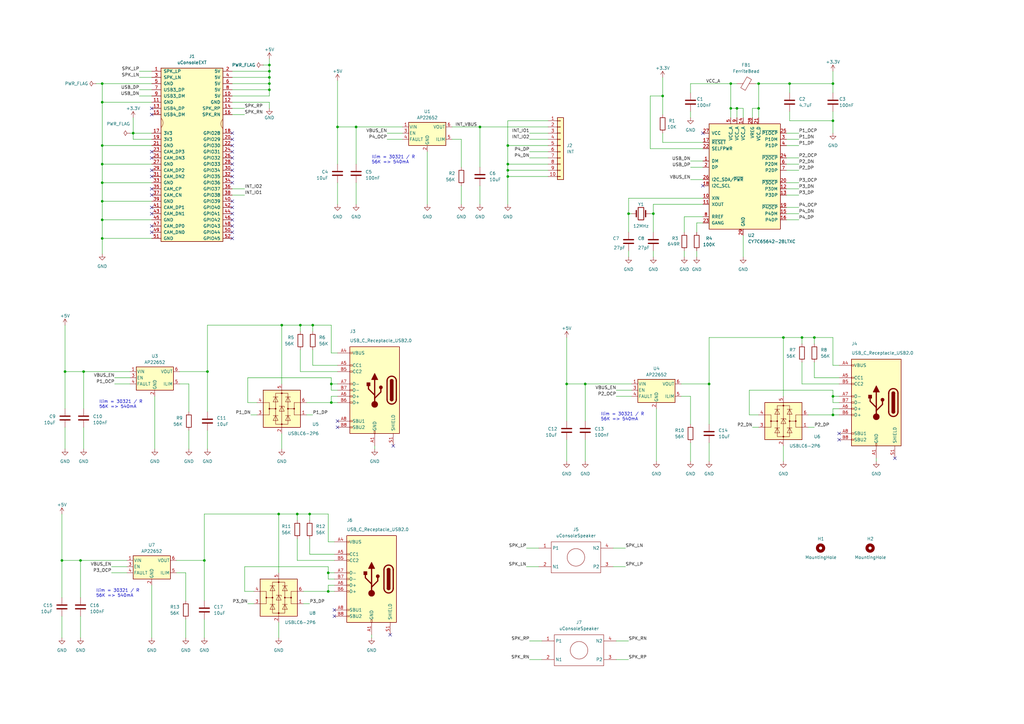
<source format=kicad_sch>
(kicad_sch (version 20230121) (generator eeschema)
  (paper "A3")
  (title_block (title "uhub") (date "2023-10-19") (rev "0x01") (company "vitaly.codes"))
  (junction (at 110.49 29.21))
  (junction (at 127 210.82))
  (junction (at 271.78 39.37))
  (junction (at 128.27 133.35))
  (junction (at 138.43 52.07))
  (junction (at 110.49 36.83))
  (junction (at 196.85 52.07))
  (junction (at 41.91 74.93))
  (junction (at 311.15 34.29))
  (junction (at 135.89 165.1))
  (junction (at 41.91 34.29))
  (junction (at 134.62 234.95))
  (junction (at 299.72 34.29))
  (junction (at 85.09 152.4))
  (junction (at 208.28 59.69))
  (junction (at 323.85 34.29))
  (junction (at 41.91 41.91))
  (junction (at 341.63 162.56))
  (junction (at 302.26 44.45))
  (junction (at 134.62 242.57))
  (junction (at 334.01 138.43))
  (junction (at 115.57 133.35))
  (junction (at 121.92 210.82))
  (junction (at 299.72 44.45))
  (junction (at 41.91 82.55))
  (junction (at 328.93 138.43))
  (junction (at 34.29 152.4))
  (junction (at 232.41 157.48))
  (junction (at 54.61 54.61))
  (junction (at 41.91 97.79))
  (junction (at 114.3 210.82))
  (junction (at 341.63 170.18))
  (junction (at 321.31 138.43))
  (junction (at 41.91 59.69))
  (junction (at 123.19 133.35))
  (junction (at 146.05 52.07))
  (junction (at 83.82 229.87))
  (junction (at 26.67 152.4))
  (junction (at 290.83 157.48))
  (junction (at 208.28 72.39))
  (junction (at 25.4 229.87))
  (junction (at 341.63 49.53))
  (junction (at 110.49 26.67))
  (junction (at 208.28 69.85))
  (junction (at 341.63 34.29))
  (junction (at 311.15 44.45))
  (junction (at 110.49 31.75))
  (junction (at 41.91 90.17))
  (junction (at 208.28 67.31))
  (junction (at 110.49 34.29))
  (junction (at 240.03 157.48))
  (junction (at 267.97 87.63))
  (junction (at 135.89 157.48))
  (junction (at 257.81 87.63))
  (junction (at 33.02 229.87))
  (junction (at 41.91 67.31))
  (no_connect (at 95.25 54.61))
  (no_connect (at 95.25 62.23))
  (no_connect (at 62.23 95.25))
  (no_connect (at 160.02 260.35))
  (no_connect (at 62.23 92.71))
  (no_connect (at 138.43 175.26))
  (no_connect (at 95.25 95.25))
  (no_connect (at 137.16 252.73))
  (no_connect (at 95.25 85.09))
  (no_connect (at 288.29 76.2))
  (no_connect (at 95.25 87.63))
  (no_connect (at 62.23 80.01))
  (no_connect (at 161.29 182.88))
  (no_connect (at 95.25 67.31))
  (no_connect (at 62.23 72.39))
  (no_connect (at 95.25 90.17))
  (no_connect (at 62.23 77.47))
  (no_connect (at 95.25 72.39))
  (no_connect (at 62.23 87.63))
  (no_connect (at 344.17 177.8))
  (no_connect (at 137.16 250.19))
  (no_connect (at 95.25 69.85))
  (no_connect (at 95.25 57.15))
  (no_connect (at 62.23 46.99))
  (no_connect (at 367.03 187.96))
  (no_connect (at 95.25 82.55))
  (no_connect (at 288.29 54.61))
  (no_connect (at 62.23 62.23))
  (no_connect (at 95.25 59.69))
  (no_connect (at 62.23 69.85))
  (no_connect (at 62.23 64.77))
  (no_connect (at 95.25 64.77))
  (no_connect (at 344.17 180.34))
  (no_connect (at 95.25 97.79))
  (no_connect (at 62.23 85.09))
  (no_connect (at 95.25 74.93))
  (no_connect (at 62.23 44.45))
  (no_connect (at 95.25 92.71))
  (no_connect (at 138.43 172.72))
  (wire (pts (xy 41.91 59.69) (xy 62.23 59.69)))
  (wire (pts (xy 334.01 154.94) (xy 334.01 148.59)))
  (wire (pts (xy 110.49 34.29) (xy 110.49 36.83)))
  (wire (pts (xy 41.91 82.55) (xy 41.91 90.17)))
  (wire (pts (xy 359.41 189.23) (xy 359.41 187.96)))
  (wire (pts (xy 57.15 31.75) (xy 62.23 31.75)))
  (wire (pts (xy 252.73 162.56) (xy 259.08 162.56)))
  (wire (pts (xy 323.85 34.29) (xy 323.85 38.1)))
  (wire (pts (xy 283.21 68.58) (xy 288.29 68.58)))
  (wire (pts (xy 25.4 252.73) (xy 25.4 261.62)))
  (wire (pts (xy 215.9 232.41) (xy 220.98 232.41)))
  (wire (pts (xy 280.67 88.9) (xy 280.67 95.25)))
  (wire (pts (xy 41.91 41.91) (xy 62.23 41.91)))
  (wire (pts (xy 33.02 229.87) (xy 33.02 245.11)))
  (wire (pts (xy 110.49 26.67) (xy 110.49 29.21)))
  (wire (pts (xy 304.8 44.45) (xy 302.26 44.45)))
  (wire (pts (xy 146.05 52.07) (xy 138.43 52.07)))
  (wire (pts (xy 152.4 261.62) (xy 152.4 260.35)))
  (wire (pts (xy 232.41 138.43) (xy 232.41 157.48)))
  (wire (pts (xy 137.16 227.33) (xy 127 227.33)))
  (wire (pts (xy 135.89 154.94) (xy 135.89 157.48)))
  (wire (pts (xy 134.62 210.82) (xy 134.62 222.25)))
  (wire (pts (xy 128.27 170.18) (xy 125.73 170.18)))
  (wire (pts (xy 271.78 31.75) (xy 271.78 39.37)))
  (wire (pts (xy 134.62 242.57) (xy 137.16 242.57)))
  (wire (pts (xy 327.66 54.61) (xy 322.58 54.61)))
  (wire (pts (xy 34.29 175.26) (xy 34.29 184.15)))
  (wire (pts (xy 240.03 157.48) (xy 240.03 172.72)))
  (wire (pts (xy 95.25 31.75) (xy 110.49 31.75)))
  (wire (pts (xy 344.17 167.64) (xy 341.63 167.64)))
  (wire (pts (xy 302.26 44.45) (xy 302.26 48.26)))
  (wire (pts (xy 224.79 49.53) (xy 208.28 49.53)))
  (wire (pts (xy 257.81 81.28) (xy 257.81 87.63)))
  (wire (pts (xy 63.5 162.56) (xy 63.5 184.15)))
  (wire (pts (xy 288.29 88.9) (xy 280.67 88.9)))
  (wire (pts (xy 121.92 210.82) (xy 127 210.82)))
  (wire (pts (xy 327.66 77.47) (xy 322.58 77.47)))
  (wire (pts (xy 26.67 133.35) (xy 26.67 152.4)))
  (wire (pts (xy 259.08 87.63) (xy 257.81 87.63)))
  (wire (pts (xy 341.63 138.43) (xy 341.63 149.86)))
  (wire (pts (xy 208.28 67.31) (xy 208.28 69.85)))
  (wire (pts (xy 299.72 34.29) (xy 299.72 44.45)))
  (wire (pts (xy 128.27 149.86) (xy 128.27 143.51)))
  (wire (pts (xy 77.47 157.48) (xy 73.66 157.48)))
  (wire (pts (xy 33.02 229.87) (xy 25.4 229.87)))
  (wire (pts (xy 77.47 176.53) (xy 77.47 184.15)))
  (wire (pts (xy 307.34 170.18) (xy 307.34 160.02)))
  (wire (pts (xy 208.28 69.85) (xy 208.28 72.39)))
  (wire (pts (xy 124.46 242.57) (xy 134.62 242.57)))
  (wire (pts (xy 121.92 229.87) (xy 121.92 220.98)))
  (wire (pts (xy 327.66 90.17) (xy 322.58 90.17)))
  (wire (pts (xy 327.66 64.77) (xy 322.58 64.77)))
  (wire (pts (xy 283.21 181.61) (xy 283.21 189.23)))
  (wire (pts (xy 288.29 58.42) (xy 271.78 58.42)))
  (wire (pts (xy 101.6 165.1) (xy 101.6 154.94)))
  (wire (pts (xy 341.63 165.1) (xy 341.63 162.56)))
  (wire (pts (xy 196.85 76.2) (xy 196.85 83.82)))
  (wire (pts (xy 341.63 165.1) (xy 344.17 165.1)))
  (wire (pts (xy 328.93 138.43) (xy 334.01 138.43)))
  (wire (pts (xy 26.67 175.26) (xy 26.67 184.15)))
  (wire (pts (xy 334.01 138.43) (xy 341.63 138.43)))
  (wire (pts (xy 33.02 252.73) (xy 33.02 261.62)))
  (wire (pts (xy 138.43 152.4) (xy 123.19 152.4)))
  (wire (pts (xy 327.66 87.63) (xy 322.58 87.63)))
  (wire (pts (xy 95.25 29.21) (xy 110.49 29.21)))
  (wire (pts (xy 240.03 180.34) (xy 240.03 189.23)))
  (wire (pts (xy 135.89 144.78) (xy 138.43 144.78)))
  (wire (pts (xy 41.91 41.91) (xy 41.91 59.69)))
  (wire (pts (xy 327.66 67.31) (xy 322.58 67.31)))
  (wire (pts (xy 311.15 170.18) (xy 307.34 170.18)))
  (wire (pts (xy 135.89 133.35) (xy 135.89 144.78)))
  (wire (pts (xy 196.85 52.07) (xy 196.85 68.58)))
  (wire (pts (xy 208.28 59.69) (xy 224.79 59.69)))
  (wire (pts (xy 311.15 44.45) (xy 311.15 48.26)))
  (wire (pts (xy 46.99 157.48) (xy 53.34 157.48)))
  (wire (pts (xy 285.75 91.44) (xy 285.75 95.25)))
  (wire (pts (xy 224.79 54.61) (xy 217.17 54.61)))
  (wire (pts (xy 158.75 57.15) (xy 165.1 57.15)))
  (wire (pts (xy 341.63 34.29) (xy 341.63 38.1)))
  (wire (pts (xy 100.33 232.41) (xy 134.62 232.41)))
  (wire (pts (xy 54.61 48.26) (xy 54.61 54.61)))
  (wire (pts (xy 299.72 34.29) (xy 283.21 34.29)))
  (wire (pts (xy 45.72 234.95) (xy 52.07 234.95)))
  (wire (pts (xy 283.21 48.26) (xy 283.21 45.72)))
  (wire (pts (xy 307.34 160.02) (xy 341.63 160.02)))
  (wire (pts (xy 114.3 210.82) (xy 121.92 210.82)))
  (wire (pts (xy 100.33 46.99) (xy 95.25 46.99)))
  (wire (pts (xy 344.17 154.94) (xy 334.01 154.94)))
  (wire (pts (xy 128.27 133.35) (xy 135.89 133.35)))
  (wire (pts (xy 158.75 54.61) (xy 165.1 54.61)))
  (wire (pts (xy 62.23 240.03) (xy 62.23 261.62)))
  (wire (pts (xy 41.91 34.29) (xy 62.23 34.29)))
  (wire (pts (xy 344.17 162.56) (xy 341.63 162.56)))
  (wire (pts (xy 311.15 34.29) (xy 311.15 44.45)))
  (wire (pts (xy 304.8 105.41) (xy 304.8 96.52)))
  (wire (pts (xy 323.85 49.53) (xy 341.63 49.53)))
  (wire (pts (xy 146.05 52.07) (xy 146.05 67.31)))
  (wire (pts (xy 57.15 39.37) (xy 62.23 39.37)))
  (wire (pts (xy 95.25 36.83) (xy 110.49 36.83)))
  (wire (pts (xy 135.89 160.02) (xy 135.89 157.48)))
  (wire (pts (xy 256.54 232.41) (xy 251.46 232.41)))
  (wire (pts (xy 257.81 81.28) (xy 288.29 81.28)))
  (wire (pts (xy 321.31 138.43) (xy 328.93 138.43)))
  (wire (pts (xy 138.43 157.48) (xy 135.89 157.48)))
  (wire (pts (xy 100.33 80.01) (xy 95.25 80.01)))
  (wire (pts (xy 189.23 76.2) (xy 189.23 83.82)))
  (wire (pts (xy 341.63 160.02) (xy 341.63 162.56)))
  (wire (pts (xy 138.43 149.86) (xy 128.27 149.86)))
  (wire (pts (xy 280.67 102.87) (xy 280.67 105.41)))
  (wire (pts (xy 321.31 182.88) (xy 321.31 189.23)))
  (wire (pts (xy 290.83 138.43) (xy 290.83 157.48)))
  (wire (pts (xy 41.91 90.17) (xy 62.23 90.17)))
  (wire (pts (xy 334.01 138.43) (xy 334.01 140.97)))
  (wire (pts (xy 208.28 72.39) (xy 208.28 83.82)))
  (wire (pts (xy 83.82 254) (xy 83.82 261.62)))
  (wire (pts (xy 105.41 165.1) (xy 101.6 165.1)))
  (wire (pts (xy 185.42 52.07) (xy 196.85 52.07)))
  (wire (pts (xy 308.61 48.26) (xy 308.61 44.45)))
  (wire (pts (xy 224.79 57.15) (xy 217.17 57.15)))
  (wire (pts (xy 95.25 44.45) (xy 100.33 44.45)))
  (wire (pts (xy 309.88 34.29) (xy 311.15 34.29)))
  (wire (pts (xy 232.41 180.34) (xy 232.41 189.23)))
  (wire (pts (xy 138.43 162.56) (xy 135.89 162.56)))
  (wire (pts (xy 153.67 184.15) (xy 153.67 182.88)))
  (wire (pts (xy 85.09 133.35) (xy 85.09 152.4)))
  (wire (pts (xy 327.66 85.09) (xy 322.58 85.09)))
  (wire (pts (xy 327.66 74.93) (xy 322.58 74.93)))
  (wire (pts (xy 288.29 60.96) (xy 266.7 60.96)))
  (wire (pts (xy 41.91 97.79) (xy 62.23 97.79)))
  (wire (pts (xy 308.61 44.45) (xy 311.15 44.45)))
  (wire (pts (xy 102.87 170.18) (xy 105.41 170.18)))
  (wire (pts (xy 83.82 210.82) (xy 83.82 229.87)))
  (wire (pts (xy 107.95 26.67) (xy 110.49 26.67)))
  (wire (pts (xy 208.28 72.39) (xy 224.79 72.39)))
  (wire (pts (xy 138.43 74.93) (xy 138.43 83.82)))
  (wire (pts (xy 327.66 59.69) (xy 322.58 59.69)))
  (wire (pts (xy 57.15 29.21) (xy 62.23 29.21)))
  (wire (pts (xy 269.24 167.64) (xy 269.24 189.23)))
  (wire (pts (xy 271.78 39.37) (xy 266.7 39.37)))
  (wire (pts (xy 101.6 154.94) (xy 135.89 154.94)))
  (wire (pts (xy 85.09 152.4) (xy 85.09 168.91)))
  (wire (pts (xy 83.82 229.87) (xy 83.82 246.38)))
  (wire (pts (xy 110.49 29.21) (xy 110.49 31.75)))
  (wire (pts (xy 114.3 210.82) (xy 114.3 234.95)))
  (wire (pts (xy 208.28 49.53) (xy 208.28 59.69)))
  (wire (pts (xy 341.63 49.53) (xy 341.63 54.61)))
  (wire (pts (xy 85.09 176.53) (xy 85.09 184.15)))
  (wire (pts (xy 54.61 54.61) (xy 54.61 57.15)))
  (wire (pts (xy 208.28 67.31) (xy 224.79 67.31)))
  (wire (pts (xy 341.63 149.86) (xy 344.17 149.86)))
  (wire (pts (xy 41.91 97.79) (xy 41.91 104.14)))
  (wire (pts (xy 283.21 66.04) (xy 288.29 66.04)))
  (wire (pts (xy 271.78 54.61) (xy 271.78 58.42)))
  (wire (pts (xy 257.81 105.41) (xy 257.81 102.87)))
  (wire (pts (xy 341.63 29.21) (xy 341.63 34.29)))
  (wire (pts (xy 146.05 74.93) (xy 146.05 83.82)))
  (wire (pts (xy 110.49 41.91) (xy 110.49 44.45)))
  (wire (pts (xy 266.7 39.37) (xy 266.7 60.96)))
  (wire (pts (xy 232.41 157.48) (xy 232.41 172.72)))
  (wire (pts (xy 77.47 168.91) (xy 77.47 157.48)))
  (wire (pts (xy 302.26 34.29) (xy 299.72 34.29)))
  (wire (pts (xy 123.19 135.89) (xy 123.19 133.35)))
  (wire (pts (xy 328.93 157.48) (xy 328.93 148.59)))
  (wire (pts (xy 323.85 45.72) (xy 323.85 49.53)))
  (wire (pts (xy 41.91 82.55) (xy 62.23 82.55)))
  (wire (pts (xy 137.16 240.03) (xy 134.62 240.03)))
  (wire (pts (xy 100.33 242.57) (xy 100.33 232.41)))
  (wire (pts (xy 175.26 62.23) (xy 175.26 83.82)))
  (wire (pts (xy 327.66 80.01) (xy 322.58 80.01)))
  (wire (pts (xy 208.28 59.69) (xy 208.28 67.31)))
  (wire (pts (xy 290.83 157.48) (xy 290.83 173.99)))
  (wire (pts (xy 76.2 246.38) (xy 76.2 234.95)))
  (wire (pts (xy 41.91 59.69) (xy 41.91 67.31)))
  (wire (pts (xy 304.8 48.26) (xy 304.8 44.45)))
  (wire (pts (xy 266.7 87.63) (xy 267.97 87.63)))
  (wire (pts (xy 46.99 154.94) (xy 53.34 154.94)))
  (wire (pts (xy 127 247.65) (xy 124.46 247.65)))
  (wire (pts (xy 125.73 165.1) (xy 135.89 165.1)))
  (wire (pts (xy 311.15 34.29) (xy 323.85 34.29)))
  (wire (pts (xy 189.23 68.58) (xy 189.23 57.15)))
  (wire (pts (xy 308.61 175.26) (xy 311.15 175.26)))
  (wire (pts (xy 54.61 57.15) (xy 62.23 57.15)))
  (wire (pts (xy 110.49 31.75) (xy 110.49 34.29)))
  (wire (pts (xy 34.29 152.4) (xy 53.34 152.4)))
  (wire (pts (xy 267.97 87.63) (xy 267.97 95.25)))
  (wire (pts (xy 34.29 152.4) (xy 26.67 152.4)))
  (wire (pts (xy 285.75 102.87) (xy 285.75 105.41)))
  (wire (pts (xy 135.89 160.02) (xy 138.43 160.02)))
  (wire (pts (xy 134.62 237.49) (xy 137.16 237.49)))
  (wire (pts (xy 53.34 54.61) (xy 54.61 54.61)))
  (wire (pts (xy 127 227.33) (xy 127 220.98)))
  (wire (pts (xy 290.83 181.61) (xy 290.83 189.23)))
  (wire (pts (xy 299.72 44.45) (xy 299.72 48.26)))
  (wire (pts (xy 224.79 62.23) (xy 217.17 62.23)))
  (wire (pts (xy 217.17 262.89) (xy 222.25 262.89)))
  (wire (pts (xy 267.97 102.87) (xy 267.97 105.41)))
  (wire (pts (xy 41.91 90.17) (xy 41.91 97.79)))
  (wire (pts (xy 25.4 210.82) (xy 25.4 229.87)))
  (wire (pts (xy 127 210.82) (xy 134.62 210.82)))
  (wire (pts (xy 95.25 41.91) (xy 110.49 41.91)))
  (wire (pts (xy 41.91 67.31) (xy 41.91 74.93)))
  (wire (pts (xy 134.62 240.03) (xy 134.62 242.57)))
  (wire (pts (xy 100.33 77.47) (xy 95.25 77.47)))
  (wire (pts (xy 72.39 229.87) (xy 83.82 229.87)))
  (wire (pts (xy 283.21 173.99) (xy 283.21 162.56)))
  (wire (pts (xy 138.43 33.02) (xy 138.43 52.07)))
  (wire (pts (xy 110.49 24.13) (xy 110.49 26.67)))
  (wire (pts (xy 45.72 232.41) (xy 52.07 232.41)))
  (wire (pts (xy 26.67 152.4) (xy 26.67 167.64)))
  (wire (pts (xy 73.66 152.4) (xy 85.09 152.4)))
  (wire (pts (xy 135.89 165.1) (xy 138.43 165.1)))
  (wire (pts (xy 279.4 157.48) (xy 290.83 157.48)))
  (wire (pts (xy 283.21 73.66) (xy 288.29 73.66)))
  (wire (pts (xy 41.91 34.29) (xy 41.91 41.91)))
  (wire (pts (xy 39.37 34.29) (xy 41.91 34.29)))
  (wire (pts (xy 85.09 133.35) (xy 115.57 133.35)))
  (wire (pts (xy 34.29 152.4) (xy 34.29 167.64)))
  (wire (pts (xy 41.91 74.93) (xy 62.23 74.93)))
  (wire (pts (xy 240.03 157.48) (xy 259.08 157.48)))
  (wire (pts (xy 344.17 157.48) (xy 328.93 157.48)))
  (wire (pts (xy 331.47 170.18) (xy 341.63 170.18)))
  (wire (pts (xy 127 210.82) (xy 127 213.36)))
  (wire (pts (xy 240.03 157.48) (xy 232.41 157.48)))
  (wire (pts (xy 33.02 229.87) (xy 52.07 229.87)))
  (wire (pts (xy 341.63 45.72) (xy 341.63 49.53)))
  (wire (pts (xy 283.21 34.29) (xy 283.21 38.1)))
  (wire (pts (xy 134.62 237.49) (xy 134.62 234.95)))
  (wire (pts (xy 208.28 69.85) (xy 224.79 69.85)))
  (wire (pts (xy 121.92 213.36) (xy 121.92 210.82)))
  (wire (pts (xy 57.15 36.83) (xy 62.23 36.83)))
  (wire (pts (xy 137.16 234.95) (xy 134.62 234.95)))
  (wire (pts (xy 110.49 39.37) (xy 110.49 36.83)))
  (wire (pts (xy 115.57 177.8) (xy 115.57 184.15)))
  (wire (pts (xy 104.14 242.57) (xy 100.33 242.57)))
  (wire (pts (xy 95.25 34.29) (xy 110.49 34.29)))
  (wire (pts (xy 189.23 57.15) (xy 185.42 57.15)))
  (wire (pts (xy 135.89 162.56) (xy 135.89 165.1)))
  (wire (pts (xy 328.93 140.97) (xy 328.93 138.43)))
  (wire (pts (xy 137.16 229.87) (xy 121.92 229.87)))
  (wire (pts (xy 267.97 83.82) (xy 267.97 87.63)))
  (wire (pts (xy 196.85 52.07) (xy 224.79 52.07)))
  (wire (pts (xy 115.57 133.35) (xy 115.57 157.48)))
  (wire (pts (xy 285.75 91.44) (xy 288.29 91.44)))
  (wire (pts (xy 123.19 133.35) (xy 128.27 133.35)))
  (wire (pts (xy 252.73 160.02) (xy 259.08 160.02)))
  (wire (pts (xy 290.83 138.43) (xy 321.31 138.43)))
  (wire (pts (xy 257.81 262.89) (xy 252.73 262.89)))
  (wire (pts (xy 95.25 39.37) (xy 110.49 39.37)))
  (wire (pts (xy 334.01 175.26) (xy 331.47 175.26)))
  (wire (pts (xy 76.2 254) (xy 76.2 261.62)))
  (wire (pts (xy 341.63 170.18) (xy 344.17 170.18)))
  (wire (pts (xy 302.26 44.45) (xy 299.72 44.45)))
  (wire (pts (xy 327.66 69.85) (xy 322.58 69.85)))
  (wire (pts (xy 217.17 270.51) (xy 222.25 270.51)))
  (wire (pts (xy 323.85 34.29) (xy 341.63 34.29)))
  (wire (pts (xy 41.91 74.93) (xy 41.91 82.55)))
  (wire (pts (xy 83.82 210.82) (xy 114.3 210.82)))
  (wire (pts (xy 341.63 167.64) (xy 341.63 170.18)))
  (wire (pts (xy 321.31 138.43) (xy 321.31 162.56)))
  (wire (pts (xy 25.4 229.87) (xy 25.4 245.11)))
  (wire (pts (xy 134.62 232.41) (xy 134.62 234.95)))
  (wire (pts (xy 327.66 57.15) (xy 322.58 57.15)))
  (wire (pts (xy 146.05 52.07) (xy 165.1 52.07)))
  (wire (pts (xy 54.61 54.61) (xy 62.23 54.61)))
  (wire (pts (xy 224.79 64.77) (xy 217.17 64.77)))
  (wire (pts (xy 256.54 224.79) (xy 251.46 224.79)))
  (wire (pts (xy 115.57 133.35) (xy 123.19 133.35)))
  (wire (pts (xy 215.9 224.79) (xy 220.98 224.79)))
  (wire (pts (xy 267.97 83.82) (xy 288.29 83.82)))
  (wire (pts (xy 257.81 87.63) (xy 257.81 95.25)))
  (wire (pts (xy 271.78 39.37) (xy 271.78 46.99)))
  (wire (pts (xy 41.91 67.31) (xy 62.23 67.31)))
  (wire (pts (xy 257.81 270.51) (xy 252.73 270.51)))
  (wire (pts (xy 283.21 162.56) (xy 279.4 162.56)))
  (wire (pts (xy 138.43 52.07) (xy 138.43 67.31)))
  (wire (pts (xy 114.3 255.27) (xy 114.3 261.62)))
  (wire (pts (xy 128.27 133.35) (xy 128.27 135.89)))
  (wire (pts (xy 123.19 152.4) (xy 123.19 143.51)))
  (wire (pts (xy 134.62 222.25) (xy 137.16 222.25)))
  (wire (pts (xy 101.6 247.65) (xy 104.14 247.65)))
  (wire (pts (xy 76.2 234.95) (xy 72.39 234.95)))
  (text "Ilim = 30321 / R\n56K => 540mA" (at 246.38 172.72 0) (effects (font (size 1.27 1.27)) (justify left bottom)))
  (text "Ilim = 30321 / R\n56K => 540mA" (at 40.64 167.64 0) (effects (font (size 1.27 1.27)) (justify left bottom)))
  (text "Ilim = 30321 / R\n56K => 540mA" (at 152.4 67.31 0) (effects (font (size 1.27 1.27)) (justify left bottom)))
  (text "Ilim = 30321 / R\n56K => 540mA" (at 39.37 245.11 0) (effects (font (size 1.27 1.27)) (justify left bottom)))
  (label "P2_DN" (at 308.61 175.26 180))
  (label "SPK_RN" (at 100.33 46.99 0))
  (label "P2_DN" (at 327.66 67.31 0))
  (label "VCC_A" (at 289.56 34.29 0))
  (label "VBUS_EN" (at 46.99 154.94 180))
  (label "SPK_RP" (at 100.33 44.45 0))
  (label "P2_DP" (at 327.66 69.85 0))
  (label "INT_IO1" (at 217.17 54.61 180))
  (label "INT_IO1" (at 100.33 80.01 0))
  (label "P3_DP" (at 327.66 80.01 0))
  (label "P1_DN" (at 102.87 170.18 180))
  (label "P1_OCP" (at 327.66 54.61 0))
  (label "VBUS_EN" (at 283.21 73.66 180))
  (label "P3_DP" (at 127 247.65 0))
  (label "P1_OCP" (at 46.99 157.48 180))
  (label "SPK_LN" (at 57.15 31.75 180))
  (label "INT_VBUS" (at 186.69 52.07 0))
  (label "P3_OCP" (at 327.66 74.93 0))
  (label "USB_DN" (at 57.15 39.37 180))
  (label "SPK_RN" (at 217.17 270.51 180))
  (label "P3_DN" (at 327.66 77.47 0))
  (label "SPK_RN" (at 257.81 262.89 0))
  (label "VBUS_EN" (at 45.72 232.41 180))
  (label "SPK_RP" (at 257.81 270.51 0))
  (label "P1_DN" (at 327.66 57.15 0))
  (label "VBUS_EN" (at 252.73 160.02 180))
  (label "P2_OCP" (at 252.73 162.56 180))
  (label "SPK_LP" (at 215.9 224.79 180))
  (label "USB_DP" (at 57.15 36.83 180))
  (label "P3_DN" (at 101.6 247.65 180))
  (label "P2_DP" (at 334.01 175.26 0))
  (label "INT_IO2" (at 100.33 77.47 0))
  (label "INT_IO2" (at 217.17 57.15 180))
  (label "USB_DN" (at 283.21 66.04 180))
  (label "USB_DP" (at 283.21 68.58 180))
  (label "P1_DP" (at 128.27 170.18 0))
  (label "VBUS_EN" (at 158.75 54.61 180))
  (label "SPK_LP" (at 57.15 29.21 180))
  (label "P4_OCP" (at 158.75 57.15 180))
  (label "P4_OCP" (at 327.66 85.09 0))
  (label "P2_OCP" (at 327.66 64.77 0))
  (label "P4_DP" (at 327.66 90.17 0))
  (label "P4_DN" (at 327.66 87.63 0))
  (label "P4_DP" (at 217.17 62.23 180))
  (label "SPK_LN" (at 256.54 224.79 0))
  (label "P1_DP" (at 327.66 59.69 0))
  (label "SPK_RP" (at 217.17 262.89 180))
  (label "SPK_LN" (at 215.9 232.41 180))
  (label "P4_DN" (at 217.17 64.77 180))
  (label "SPK_LP" (at 256.54 232.41 0))
  (label "P3_OCP" (at 45.72 234.95 180))
  (symbol (lib_id "Device:R") (at 123.19 139.7 0) (mirror y) (unit 1)
    (property "Reference" "R5" (at 120.65 138.43 0) (effects (justify left)))
    (property "Value" "56K" (at 120.65 140.97 0) (effects (justify left)))
    (property "Footprint" "Resistor_SMD:R_0402_1005Metric" (effects hide))
    (property "PN" "C114756" (effects hide))
  )
  (symbol (lib_id "power:GND") (at 208.28 83.82 0) (unit 1)
    (property "Reference" "#PWR014" (effects hide))
    (property "Value" "GND" (at 208.28 88.9 0))
  )
  (symbol (lib_id "power:GND") (at 41.91 104.14 0) (unit 1)
    (property "Reference" "#PWR015" (effects hide))
    (property "Value" "GND" (at 41.91 109.22 0))
  )
  (symbol (lib_id "power:GND") (at 341.63 54.61 0) (unit 1)
    (property "Reference" "#PWR08" (effects hide))
    (property "Value" "GND" (at 341.63 59.69 0))
  )
  (symbol (lib_id "power:GND") (at 33.02 261.62 0) (unit 1)
    (property "Reference" "#PWR039" (effects hide))
    (property "Value" "GND" (at 33.02 266.7 0))
  )
  (symbol (lib_id "power:+3.3V") (at 271.78 31.75 0) (unit 1)
    (property "Reference" "#PWR04" (effects hide))
    (property "Value" "+3.3V" (at 271.78 27.94 0))
  )
  (symbol (lib_id "Device:R") (at 127 217.17 0) (unit 1)
    (property "Reference" "R12" (at 129.54 215.9 0) (effects (justify left)))
    (property "Value" "56K" (at 129.54 218.44 0) (effects (justify left)))
    (property "Footprint" "Resistor_SMD:R_0402_1005Metric" (effects hide))
    (property "PN" "C114756" (effects hide))
  )
  (symbol (lib_id "Device:R") (at 189.23 72.39 0) (mirror y) (unit 1)
    (property "Reference" "R2" (at 186.69 71.12 0) (effects (justify left)))
    (property "Value" "56K" (at 186.69 73.66 0) (effects (justify left)))
    (property "Footprint" "Resistor_SMD:R_0402_1005Metric" (effects hide))
    (property "PN" "C114756" (effects hide))
  )
  (symbol (lib_id "Power_Protection:USBLC6-2P6") (at 114.3 245.11 0) (mirror y) (unit 1)
    (property "Reference" "U8" (at 129.54 251.46 0) (effects (justify left)))
    (property "Value" "USBLC6-2P6" (at 129.54 255.27 0) (effects (justify left)))
    (property "Footprint" "Package_TO_SOT_SMD:SOT-666" (effects hide))
    (property "Datasheet" "https://www.st.com/resource/en/datasheet/usblc6-2.pdf" (effects hide))
    (property "PN" "C15999" (effects hide))
  )
  (symbol (lib_id "power:GND") (at 110.49 44.45 0) (unit 1)
    (property "Reference" "#PWR05" (effects hide))
    (property "Value" "GND" (at 110.49 48.26 0))
  )
  (symbol (lib_id "Device:C") (at 196.85 72.39 0) (mirror y) (unit 1)
    (property "Reference" "C6" (at 200.66 71.12 0) (effects (justify right)))
    (property "Value" "10uF" (at 200.66 73.66 0) (effects (justify right)))
    (property "Footprint" "Capacitor_SMD:C_0603_1608Metric" (effects hide))
    (property "PN" "C96446" (effects hide))
  )
  (symbol (lib_id "@jb:AP22652_3x") (at 269.24 160.02 0) (unit 1)
    (property "Reference" "U4" (at 269.24 151.13 0))
    (property "Value" "AP22652" (at 269.24 153.67 0))
    (property "Footprint" "Package_TO_SOT_SMD:SOT-23-6" (effects hide))
    (property "Datasheet" "https://www.diodes.com/assets/Datasheets/AP22652_53_52A_53A.pdf" (effects hide))
    (property "PN" "C2158038" (effects hide))
  )
  (symbol (lib_id "Device:C") (at 232.41 176.53 0) (mirror x) (unit 1)
    (property "Reference" "C12" (at 228.6 175.895 0) (effects (justify right)))
    (property "Value" "10uF" (at 228.6 178.435 0) (effects (justify right)))
    (property "Footprint" "Capacitor_SMD:C_0603_1608Metric" (effects hide))
    (property "PN" "C96446" (effects hide))
  )
  (symbol (lib_id "Device:C") (at 83.82 250.19 0) (mirror y) (unit 1)
    (property "Reference" "C17" (at 87.63 248.92 0) (effects (justify right)))
    (property "Value" "10uF" (at 87.63 251.46 0) (effects (justify right)))
    (property "Footprint" "Capacitor_SMD:C_0603_1608Metric" (effects hide))
    (property "PN" "C96446" (effects hide))
  )
  (symbol (lib_id "power:GND") (at 138.43 83.82 0) (unit 1)
    (property "Reference" "#PWR09" (effects hide))
    (property "Value" "GND" (at 138.43 88.9 0))
  )
  (symbol (lib_id "power:GND") (at 115.57 184.15 0) (unit 1)
    (property "Reference" "#PWR028" (effects hide))
    (property "Value" "GND" (at 115.57 189.23 0))
  )
  (symbol (lib_id "Connector:USB_C_Receptacle_USB2.0") (at 153.67 160.02 0) (mirror y) (unit 1)
    (property "Reference" "J3" (at 143.51 135.89 0) (effects (justify right)))
    (property "Value" "USB_C_Receptacle_USB2.0" (at 143.51 139.7 0) (effects (justify right)))
    (property "Footprint" "Connector_USB:USB_C_Receptacle_HRO_TYPE-C-31-M-12" (effects hide))
    (property "Datasheet" "https://www.usb.org/sites/default/files/documents/usb_type-c.zip" (effects hide))
    (property "PN" "C165948" (effects hide))
  )
  (symbol (lib_id "Device:C") (at 85.09 172.72 0) (mirror y) (unit 1)
    (property "Reference" "C11" (at 88.9 171.45 0) (effects (justify right)))
    (property "Value" "10uF" (at 88.9 173.99 0) (effects (justify right)))
    (property "Footprint" "Capacitor_SMD:C_0603_1608Metric" (effects hide))
    (property "PN" "C96446" (effects hide))
  )
  (symbol (lib_id "power:GND") (at 257.81 105.41 0) (unit 1)
    (property "Reference" "#PWR016" (effects hide))
    (property "Value" "GND" (at 257.81 110.49 0))
  )
  (symbol (lib_id "power:GND") (at 62.23 261.62 0) (unit 1)
    (property "Reference" "#PWR040" (effects hide))
    (property "Value" "GND" (at 62.23 266.7 0))
  )
  (symbol (lib_id "power:GND") (at 175.26 83.82 0) (unit 1)
    (property "Reference" "#PWR011" (effects hide))
    (property "Value" "GND" (at 175.26 88.9 0))
  )
  (symbol (lib_id "power:GND") (at 76.2 261.62 0) (unit 1)
    (property "Reference" "#PWR041" (effects hide))
    (property "Value" "GND" (at 76.2 266.7 0))
  )
  (symbol (lib_id "power:GND") (at 26.67 184.15 0) (unit 1)
    (property "Reference" "#PWR023" (effects hide))
    (property "Value" "GND" (at 26.67 189.23 0))
  )
  (symbol (lib_id "@uhub:CY7C65642-28LTXC") (at 304.8 68.58 0) (unit 1)
    (property "Reference" "U2" (at 306.7559 96.52 0) (effects (justify left)))
    (property "Value" "CY7C65642-28LTXC" (at 306.7559 99.06 0) (effects (justify left)))
    (property "Footprint" "Package_DFN_QFN:QFN-28-1EP_5x5mm_P0.5mm_EP3.35x3.35mm" (effects hide))
    (property "Datasheet" "https://www.mouser.com/datasheet/2/196/Infineon_CY7C65642_HX2VL___VERY_LOW_POWER_USB_2_Da-3161568.pdf" (effects hide))
    (property "PN" "C2759934" (effects hide))
  )
  (symbol (lib_id "Device:R") (at 334.01 144.78 0) (unit 1)
    (property "Reference" "R8" (at 336.55 143.51 0) (effects (justify left)))
    (property "Value" "56K" (at 336.55 146.05 0) (effects (justify left)))
    (property "Footprint" "Resistor_SMD:R_0402_1005Metric" (effects hide))
    (property "PN" "C114756" (effects hide))
  )
  (symbol (lib_id "power:GND") (at 153.67 184.15 0) (unit 1)
    (property "Reference" "#PWR029" (effects hide))
    (property "Value" "GND" (at 153.67 189.23 0))
  )
  (symbol (lib_id "power:PWR_FLAG") (at 53.34 54.61 90) (unit 1)
    (property "Reference" "#FLG03" (effects hide))
    (property "Value" "PWR_FLAG" (at 53.34 50.8 90) (effects (justify left)))
  )
  (symbol (lib_id "Device:C") (at 138.43 71.12 0) (mirror x) (unit 1)
    (property "Reference" "C4" (at 134.62 70.485 0) (effects (justify right)))
    (property "Value" "10uF" (at 134.62 73.025 0) (effects (justify right)))
    (property "Footprint" "Capacitor_SMD:C_0603_1608Metric" (effects hide))
    (property "PN" "C96446" (effects hide))
  )
  (symbol (lib_id "power:+5V") (at 25.4 210.82 0) (unit 1)
    (property "Reference" "#PWR037" (effects hide))
    (property "Value" "+5V" (at 25.4 207.01 0))
  )
  (symbol (lib_id "power:GND") (at 240.03 189.23 0) (unit 1)
    (property "Reference" "#PWR031" (effects hide))
    (property "Value" "GND" (at 240.03 194.31 0))
  )
  (symbol (lib_id "Device:C") (at 323.85 41.91 0) (unit 1)
    (property "Reference" "C2" (at 327.66 40.64 0) (effects (justify left)))
    (property "Value" "4.7uF" (at 327.66 43.18 0) (effects (justify left)))
    (property "Footprint" "Capacitor_SMD:C_0402_1005Metric" (effects hide))
    (property "PN" "C23733" (effects hide))
  )
  (symbol (lib_id "Device:R") (at 283.21 177.8 0) (mirror y) (unit 1)
    (property "Reference" "R10" (at 280.67 176.53 0) (effects (justify left)))
    (property "Value" "56K" (at 280.67 179.07 0) (effects (justify left)))
    (property "Footprint" "Resistor_SMD:R_0402_1005Metric" (effects hide))
    (property "PN" "C114756" (effects hide))
  )
  (symbol (lib_id "Device:C") (at 34.29 171.45 180) (unit 1)
    (property "Reference" "C10" (at 38.1 170.815 0) (effects (justify right)))
    (property "Value" "100nF" (at 38.1 173.355 0) (effects (justify right)))
    (property "Footprint" "Capacitor_SMD:C_0402_1005Metric" (effects hide))
    (property "PN" "C1525" (effects hide))
  )
  (symbol (lib_id "power:+5V") (at 138.43 33.02 0) (unit 1)
    (property "Reference" "#PWR03" (effects hide))
    (property "Value" "+5V" (at 138.43 29.21 0))
  )
  (symbol (lib_id "Device:R") (at 280.67 99.06 0) (mirror x) (unit 1)
    (property "Reference" "R3" (at 276.86 97.79 0))
    (property "Value" "649R" (at 276.2907 100.0964 0))
    (property "Footprint" "Resistor_SMD:R_0402_1005Metric" (effects hide))
    (property "PN" "C852879" (effects hide))
  )
  (symbol (lib_id "Power_Protection:USBLC6-2P6") (at 321.31 172.72 0) (mirror y) (unit 1)
    (property "Reference" "U6" (at 336.55 179.07 0) (effects (justify left)))
    (property "Value" "USBLC6-2P6" (at 336.55 182.88 0) (effects (justify left)))
    (property "Footprint" "Package_TO_SOT_SMD:SOT-666" (effects hide))
    (property "Datasheet" "https://www.st.com/resource/en/datasheet/usblc6-2.pdf" (effects hide))
    (property "PN" "C15999" (effects hide))
  )
  (symbol (lib_id "power:GND") (at 63.5 184.15 0) (unit 1)
    (property "Reference" "#PWR025" (effects hide))
    (property "Value" "GND" (at 63.5 189.23 0))
  )
  (symbol (lib_id "Device:C") (at 290.83 177.8 0) (mirror y) (unit 1)
    (property "Reference" "C14" (at 294.64 176.53 0) (effects (justify right)))
    (property "Value" "10uF" (at 294.64 179.07 0) (effects (justify right)))
    (property "Footprint" "Capacitor_SMD:C_0603_1608Metric" (effects hide))
    (property "PN" "C96446" (effects hide))
  )
  (symbol (lib_id "power:GND") (at 283.21 189.23 0) (unit 1)
    (property "Reference" "#PWR033" (effects hide))
    (property "Value" "GND" (at 283.21 194.31 0))
  )
  (symbol (lib_id "power:PWR_FLAG") (at 39.37 34.29 90) (unit 1)
    (property "Reference" "#FLG02" (effects hide))
    (property "Value" "PWR_FLAG" (at 36.195 34.29 90) (effects (justify left)))
  )
  (symbol (lib_id "power:GND") (at 285.75 105.41 0) (unit 1)
    (property "Reference" "#PWR019" (effects hide))
    (property "Value" "GND" (at 285.75 110.49 0))
  )
  (symbol (lib_id "power:+5V") (at 232.41 138.43 0) (unit 1)
    (property "Reference" "#PWR022" (effects hide))
    (property "Value" "+5V" (at 232.41 134.62 0))
  )
  (symbol (lib_id "power:GND") (at 196.85 83.82 0) (unit 1)
    (property "Reference" "#PWR013" (effects hide))
    (property "Value" "GND" (at 196.85 88.9 0))
  )
  (symbol (lib_id "Device:R") (at 77.47 172.72 0) (mirror y) (unit 1)
    (property "Reference" "R9" (at 74.93 171.45 0) (effects (justify left)))
    (property "Value" "56K" (at 74.93 173.99 0) (effects (justify left)))
    (property "Footprint" "Resistor_SMD:R_0402_1005Metric" (effects hide))
    (property "PN" "C114756" (effects hide))
  )
  (symbol (lib_id "power:+5V") (at 26.67 133.35 0) (unit 1)
    (property "Reference" "#PWR021" (effects hide))
    (property "Value" "+5V" (at 26.67 129.54 0))
  )
  (symbol (lib_id "power:GND") (at 359.41 189.23 0) (unit 1)
    (property "Reference" "#PWR036" (effects hide))
    (property "Value" "GND" (at 359.41 194.31 0))
  )
  (symbol (lib_id "power:GND") (at 77.47 184.15 0) (unit 1)
    (property "Reference" "#PWR026" (effects hide))
    (property "Value" "GND" (at 77.47 189.23 0))
  )
  (symbol (lib_id "power:GND") (at 25.4 261.62 0) (unit 1)
    (property "Reference" "#PWR038" (effects hide))
    (property "Value" "GND" (at 25.4 266.7 0))
  )
  (symbol (lib_id "Device:C") (at 240.03 176.53 180) (unit 1)
    (property "Reference" "C13" (at 243.84 175.895 0) (effects (justify right)))
    (property "Value" "100nF" (at 243.84 178.435 0) (effects (justify right)))
    (property "Footprint" "Capacitor_SMD:C_0402_1005Metric" (effects hide))
    (property "PN" "C1525" (effects hide))
  )
  (symbol (lib_id "power:GND") (at 304.8 105.41 0) (unit 1)
    (property "Reference" "#PWR020" (effects hide))
    (property "Value" "GND" (at 304.8 110.49 0))
  )
  (symbol (lib_id "Device:R") (at 271.78 50.8 0) (mirror x) (unit 1)
    (property "Reference" "R1" (at 275.59 49.53 0))
    (property "Value" "10K" (at 275.59 52.07 0))
    (property "Footprint" "Resistor_SMD:R_0402_1005Metric" (effects hide))
    (property "PN" "C25744" (effects hide))
  )
  (symbol (lib_id "Device:C") (at 26.67 171.45 0) (mirror x) (unit 1)
    (property "Reference" "C9" (at 22.86 170.815 0) (effects (justify right)))
    (property "Value" "10uF" (at 22.86 173.355 0) (effects (justify right)))
    (property "Footprint" "Capacitor_SMD:C_0603_1608Metric" (effects hide))
    (property "PN" "C96446" (effects hide))
  )
  (symbol (lib_id "Connector:USB_C_Receptacle_USB2.0") (at 152.4 237.49 0) (mirror y) (unit 1)
    (property "Reference" "J6" (at 142.24 213.36 0) (effects (justify right)))
    (property "Value" "USB_C_Receptacle_USB2.0" (at 142.24 217.17 0) (effects (justify right)))
    (property "Footprint" "Connector_USB:USB_C_Receptacle_HRO_TYPE-C-31-M-12" (effects hide))
    (property "Datasheet" "https://www.usb.org/sites/default/files/documents/usb_type-c.zip" (effects hide))
    (property "PN" "C165948" (effects hide))
  )
  (symbol (lib_id "@jb:AP22652_3x") (at 175.26 54.61 0) (unit 1)
    (property "Reference" "U1" (at 175.26 45.72 0))
    (property "Value" "AP22652" (at 175.26 48.26 0))
    (property "Footprint" "Package_TO_SOT_SMD:SOT-23-6" (effects hide))
    (property "Datasheet" "https://www.diodes.com/assets/Datasheets/AP22652_53_52A_53A.pdf" (effects hide))
    (property "PN" "C2158038" (effects hide))
  )
  (symbol (lib_id "power:GND") (at 269.24 189.23 0) (unit 1)
    (property "Reference" "#PWR032" (effects hide))
    (property "Value" "GND" (at 269.24 194.31 0))
  )
  (symbol (lib_id "Mechanical:MountingHole") (at 336.55 224.79 0) (unit 1)
    (property "Reference" "H1" (at 335.28 220.98 0) (effects (justify left)))
    (property "Value" "MountingHole" (at 330.2 228.6 0) (effects (justify left)))
    (property "Footprint" "MountingHole:MountingHole_5.3mm_M5" (effects hide))
  )
  (symbol (lib_id "Device:R") (at 121.92 217.17 0) (mirror y) (unit 1)
    (property "Reference" "R11" (at 119.38 215.9 0) (effects (justify left)))
    (property "Value" "56K" (at 119.38 218.44 0) (effects (justify left)))
    (property "Footprint" "Resistor_SMD:R_0402_1005Metric" (effects hide))
    (property "PN" "C114756" (effects hide))
  )
  (symbol (lib_id "power:PWR_FLAG") (at 107.95 26.67 90) (unit 1)
    (property "Reference" "#FLG01" (effects hide))
    (property "Value" "PWR_FLAG" (at 104.775 26.67 90) (effects (justify left)))
  )
  (symbol (lib_id "power:GND") (at 83.82 261.62 0) (unit 1)
    (property "Reference" "#PWR042" (effects hide))
    (property "Value" "GND" (at 83.82 266.7 0))
  )
  (symbol (lib_id "power:GND") (at 146.05 83.82 0) (unit 1)
    (property "Reference" "#PWR010" (effects hide))
    (property "Value" "GND" (at 146.05 88.9 0))
  )
  (symbol (lib_id "power:GND") (at 152.4 261.62 0) (unit 1)
    (property "Reference" "#PWR044" (effects hide))
    (property "Value" "GND" (at 152.4 266.7 0))
  )
  (symbol (lib_id "Device:C") (at 33.02 248.92 180) (unit 1)
    (property "Reference" "C16" (at 36.83 248.285 0) (effects (justify right)))
    (property "Value" "100nF" (at 36.83 250.825 0) (effects (justify right)))
    (property "Footprint" "Capacitor_SMD:C_0402_1005Metric" (effects hide))
    (property "PN" "C1525" (effects hide))
  )
  (symbol (lib_id "power:GND") (at 34.29 184.15 0) (unit 1)
    (property "Reference" "#PWR024" (effects hide))
    (property "Value" "GND" (at 34.29 189.23 0))
  )
  (symbol (lib_id "Device:C") (at 267.97 99.06 0) (unit 1)
    (property "Reference" "C8" (at 261.62 97.79 0) (effects (justify left)))
    (property "Value" "27pF" (at 261.62 101.6 0) (effects (justify left)))
    (property "Footprint" "Capacitor_SMD:C_0402_1005Metric" (effects hide))
    (property "PN" "C107002" (effects hide))
  )
  (symbol (lib_id "Device:R") (at 76.2 250.19 0) (mirror y) (unit 1)
    (property "Reference" "R13" (at 73.66 248.92 0) (effects (justify left)))
    (property "Value" "56K" (at 73.66 251.46 0) (effects (justify left)))
    (property "Footprint" "Resistor_SMD:R_0402_1005Metric" (effects hide))
    (property "PN" "C114756" (effects hide))
  )
  (symbol (lib_id "Device:C") (at 146.05 71.12 180) (unit 1)
    (property "Reference" "C5" (at 149.86 70.485 0) (effects (justify right)))
    (property "Value" "100nF" (at 149.86 73.025 0) (effects (justify right)))
    (property "Footprint" "Capacitor_SMD:C_0402_1005Metric" (effects hide))
    (property "PN" "C1525" (effects hide))
  )
  (symbol (lib_id "power:GND") (at 321.31 189.23 0) (unit 1)
    (property "Reference" "#PWR035" (effects hide))
    (property "Value" "GND" (at 321.31 194.31 0))
  )
  (symbol (lib_id "power:GND") (at 267.97 105.41 0) (unit 1)
    (property "Reference" "#PWR017" (effects hide))
    (property "Value" "GND" (at 267.97 110.49 0))
  )
  (symbol (lib_id "Device:R") (at 285.75 99.06 180) (unit 1)
    (property "Reference" "R4" (at 290.83 97.79 0))
    (property "Value" "100K" (at 290.83 100.33 0))
    (property "Footprint" "Resistor_SMD:R_0402_1005Metric" (effects hide))
    (property "PN" "C25741" (effects hide))
  )
  (symbol (lib_id "@uhub:uConsoleSpeaker") (at 237.49 259.08 0) (unit 1) (in_bom no)
    (property "Reference" "J7" (at 237.49 255.27 0))
    (property "Value" "uConsoleSpeaker" (at 237.49 257.81 0))
    (property "Footprint" "@uhub:speaker" (effects hide))
  )
  (symbol (lib_id "power:GND") (at 85.09 184.15 0) (unit 1)
    (property "Reference" "#PWR027" (effects hide))
    (property "Value" "GND" (at 85.09 189.23 0))
  )
  (symbol (lib_id "Connector:USB_C_Receptacle_USB2.0") (at 359.41 165.1 0) (mirror y) (unit 1)
    (property "Reference" "J4" (at 349.25 140.97 0) (effects (justify right)))
    (property "Value" "USB_C_Receptacle_USB2.0" (at 349.25 144.78 0) (effects (justify right)))
    (property "Footprint" "Connector_USB:USB_C_Receptacle_HRO_TYPE-C-31-M-12" (effects hide))
    (property "Datasheet" "https://www.usb.org/sites/default/files/documents/usb_type-c.zip" (effects hide))
    (property "PN" "C165948" (effects hide))
  )
  (symbol (lib_id "Device:C") (at 25.4 248.92 0) (mirror x) (unit 1)
    (property "Reference" "C15" (at 21.59 248.285 0) (effects (justify right)))
    (property "Value" "10uF" (at 21.59 250.825 0) (effects (justify right)))
    (property "Footprint" "Capacitor_SMD:C_0603_1608Metric" (effects hide))
    (property "PN" "C96446" (effects hide))
  )
  (symbol (lib_id "power:+3.3V") (at 341.63 29.21 0) (unit 1)
    (property "Reference" "#PWR02" (effects hide))
    (property "Value" "+3.3V" (at 341.63 25.4 0))
  )
  (symbol (lib_id "Mechanical:MountingHole") (at 356.87 224.79 0) (unit 1)
    (property "Reference" "H2" (at 355.6 220.98 0) (effects (justify left)))
    (property "Value" "MountingHole" (at 350.52 228.6 0) (effects (justify left)))
    (property "Footprint" "MountingHole:MountingHole_5.3mm_M5" (effects hide))
  )
  (symbol (lib_id "Device:C") (at 341.63 41.91 0) (unit 1)
    (property "Reference" "C3" (at 344.17 40.64 0) (effects (justify left)))
    (property "Value" "100nF" (at 344.17 43.18 0) (effects (justify left)))
    (property "Footprint" "Capacitor_SMD:C_0402_1005Metric" (effects hide))
    (property "PN" "C1525" (effects hide))
  )
  (symbol (lib_id "power:GND") (at 290.83 189.23 0) (unit 1)
    (property "Reference" "#PWR034" (effects hide))
    (property "Value" "GND" (at 290.83 194.31 0))
  )
  (symbol (lib_id "power:GND") (at 283.21 48.26 0) (unit 1)
    (property "Reference" "#PWR07" (effects hide))
    (property "Value" "GND" (at 283.21 53.34 0))
  )
  (symbol (lib_id "Device:R") (at 328.93 144.78 0) (mirror y) (unit 1)
    (property "Reference" "R7" (at 326.39 143.51 0) (effects (justify left)))
    (property "Value" "56K" (at 326.39 146.05 0) (effects (justify left)))
    (property "Footprint" "Resistor_SMD:R_0402_1005Metric" (effects hide))
    (property "PN" "C114756" (effects hide))
  )
  (symbol (lib_id "Device:C") (at 283.21 41.91 0) (unit 1)
    (property "Reference" "C1" (at 285.75 40.64 0) (effects (justify left)))
    (property "Value" "100nF" (at 285.75 43.18 0) (effects (justify left)))
    (property "Footprint" "Capacitor_SMD:C_0402_1005Metric" (effects hide))
    (property "PN" "C1525" (effects hide))
  )
  (symbol (lib_id "@jb:AP22652_3x") (at 63.5 154.94 0) (unit 1)
    (property "Reference" "U3" (at 63.5 146.05 0))
    (property "Value" "AP22652" (at 63.5 148.59 0))
    (property "Footprint" "Package_TO_SOT_SMD:SOT-23-6" (effects hide))
    (property "Datasheet" "https://www.diodes.com/assets/Datasheets/AP22652_53_52A_53A.pdf" (effects hide))
    (property "PN" "C2158038" (effects hide))
  )
  (symbol (lib_id "Power_Protection:USBLC6-2P6") (at 115.57 167.64 0) (mirror y) (unit 1)
    (property "Reference" "U5" (at 130.81 173.99 0) (effects (justify left)))
    (property "Value" "USBLC6-2P6" (at 130.81 177.8 0) (effects (justify left)))
    (property "Footprint" "Package_TO_SOT_SMD:SOT-666" (effects hide))
    (property "Datasheet" "https://www.st.com/resource/en/datasheet/usblc6-2.pdf" (effects hide))
    (property "PN" "C15999" (effects hide))
  )
  (symbol (lib_id "power:GND") (at 189.23 83.82 0) (unit 1)
    (property "Reference" "#PWR012" (effects hide))
    (property "Value" "GND" (at 189.23 88.9 0))
  )
  (symbol (lib_id "Device:R") (at 128.27 139.7 0) (unit 1)
    (property "Reference" "R6" (at 130.81 138.43 0) (effects (justify left)))
    (property "Value" "56K" (at 130.81 140.97 0) (effects (justify left)))
    (property "Footprint" "Resistor_SMD:R_0402_1005Metric" (effects hide))
    (property "PN" "C114756" (effects hide))
  )
  (symbol (lib_id "Connector_Generic:Conn_01x10") (at 229.87 59.69 0) (unit 1)
    (property "Reference" "J2" (at 232.41 59.69 0) (effects (justify left)))
    (property "Value" "INT" (at 232.41 62.23 0) (effects (justify left)))
    (property "Footprint" "Connector_FFC-FPC:Hirose_FH12-10S-0.5SH_1x10-1MP_P0.50mm_Horizontal" (effects hide))
    (property "PN" "C506791" (effects hide))
  )
  (symbol (lib_id "@jb:AP22652_3x") (at 62.23 232.41 0) (unit 1)
    (property "Reference" "U7" (at 62.23 223.52 0))
    (property "Value" "AP22652" (at 62.23 226.06 0))
    (property "Footprint" "Package_TO_SOT_SMD:SOT-23-6" (effects hide))
    (property "Datasheet" "https://www.diodes.com/assets/Datasheets/AP22652_53_52A_53A.pdf" (effects hide))
    (property "PN" "C2158038" (effects hide))
  )
  (symbol (lib_id "power:GND") (at 114.3 261.62 0) (unit 1)
    (property "Reference" "#PWR043" (effects hide))
    (property "Value" "GND" (at 114.3 266.7 0))
  )
  (symbol (lib_id "@uhub:uConsoleSpeaker") (at 236.22 220.98 0) (unit 1) (in_bom no)
    (property "Reference" "J5" (at 236.22 217.17 0))
    (property "Value" "uConsoleSpeaker" (at 236.22 219.71 0))
    (property "Footprint" "@uhub:speaker" (effects hide))
  )
  (symbol (lib_id "Device:C") (at 257.81 99.06 0) (mirror y) (unit 1)
    (property "Reference" "C7" (at 254 97.79 0) (effects (justify left)))
    (property "Value" "27pF" (at 256.54 101.6 0) (effects (justify left)))
    (property "Footprint" "Capacitor_SMD:C_0402_1005Metric" (effects hide))
    (property "PN" "C107002" (effects hide))
  )
  (symbol (lib_id "power:GND") (at 232.41 189.23 0) (unit 1)
    (property "Reference" "#PWR030" (effects hide))
    (property "Value" "GND" (at 232.41 194.31 0))
  )
  (symbol (lib_id "@uhub:uConsoleExt") (at 77.47 59.69 0) (unit 1)
    (property "Reference" "J1" (at 78.74 23.114 0))
    (property "Value" "uConsoleEXT" (at 78.74 25.654 0))
    (property "Footprint" "@uhub:ext" (effects hide))
  )
  (symbol (lib_id "Device:FerriteBead") (at 306.07 34.29 90) (unit 1)
    (property "Reference" "FB1" (at 306.0192 26.67 90))
    (property "Value" "FerriteBead" (at 306.0192 29.21 90))
    (property "Footprint" "Resistor_SMD:R_0603_1608Metric" (effects hide))
    (property "PN" "C1002" (effects hide))
  )
  (symbol (lib_id "Device:Crystal") (at 262.89 87.63 0) (unit 1)
    (property "Reference" "Y1" (at 262.89 83.82 0))
    (property "Value" "12MHz" (at 262.89 92.71 0))
    (property "Footprint" "Crystal:Crystal_SMD_5032-2Pin_5.0x3.2mm" (effects hide))
    (property "Datasheet" "https://www.mouser.com/datasheet/2/96/008-0360-0-786290.pdf" (effects hide))
    (property "PN" "C3035208" (effects hide))
  )
  (symbol (lib_id "power:+3.3V") (at 54.61 48.26 0) (unit 1)
    (property "Reference" "#PWR06" (effects hide))
    (property "Value" "+3.3V" (at 54.61 44.45 0))
  )
  (symbol (lib_id "power:GND") (at 280.67 105.41 0) (unit 1)
    (property "Reference" "#PWR018" (effects hide))
    (property "Value" "GND" (at 280.67 110.49 0))
  )
  (symbol (lib_id "power:+5V") (at 110.49 24.13 0) (unit 1)
    (property "Reference" "#PWR01" (effects hide))
    (property "Value" "+5V" (at 110.49 20.32 0))
  )
)
</source>
